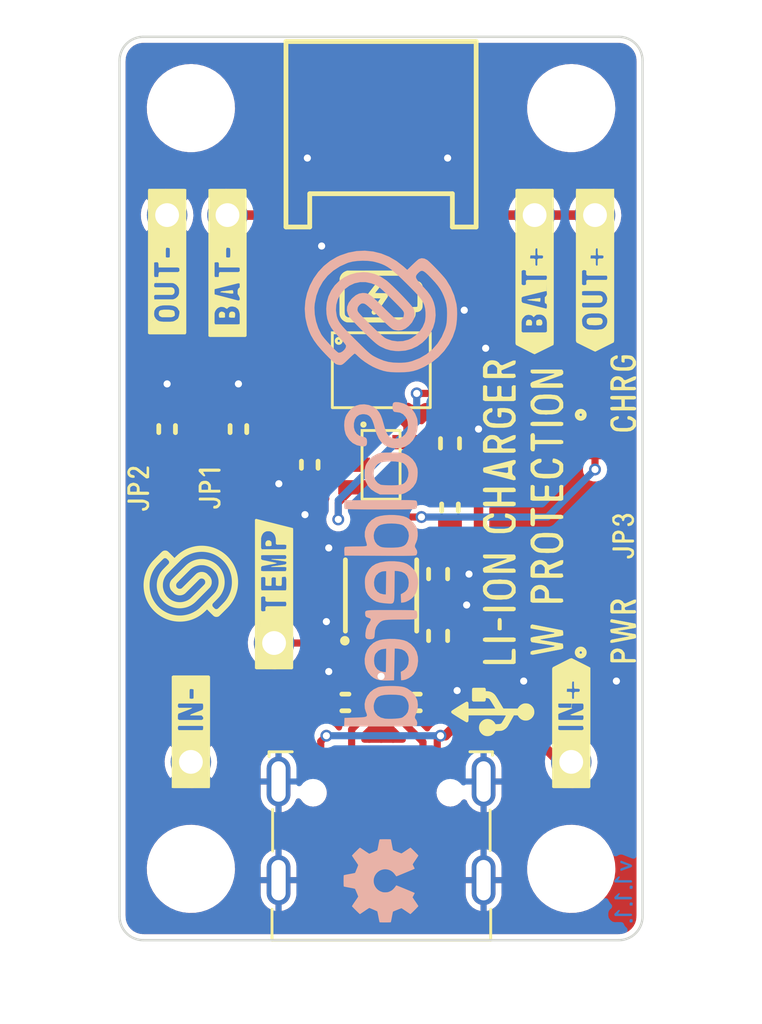
<source format=kicad_pcb>
(kicad_pcb (version 20210623) (generator pcbnew)
  (title_block (title "LI-ION charger with protection") (date "2021-06-17") (rev "V1.1.1.") (company "SOLDERED") (comment 1 "333014"))
  (layers (0 "F.Cu" mixed) (31 "B.Cu" signal) (34 "B.Paste" user) (35 "F.Paste" user) (36 "B.SilkS" user "B.Silkscreen") (37 "F.SilkS" user "F.Silkscreen") (38 "B.Mask" user) (39 "F.Mask" user) (44 "Edge.Cuts" user))
  (net 0 "")
  (net 1 "VUSB")
  (net 2 "GND")
  (net 3 "VBAT")
  (net 4 "GND_ISO")
  (net 5 "Net-(C3-Pad1)")
  (net 6 "Net-(D1-Pad1)")
  (net 7 "Net-(D2-Pad2)")
  (net 8 "PROG")
  (net 9 "Net-(JP1-Pad1)")
  (net 10 "Net-(JP2-Pad1)")
  (net 14 "Net-(K1-PadB5)")
  (net 18 "Net-(K1-PadA5)")
  (net 19 "TEMP")
  (net 20 "Net-(R6-Pad1)")
  (net 23 "OC")
  (net 24 "OD")
  (net 27 "Net-(JP3-Pad2)")
  (net 28 "Net-(R7-Pad2)")
  (footprint "e-radionica.com footprinti:HOLE_3.2mm" (layer "F.Cu") (at 119 85)
    (fp_text reference "H4" hide)
    (fp_text value "HOLE_3.2mm" hide)
    (pad "" np_thru_hole circle locked (at 0 0) (size 3.2 3.2) (drill 3.2) (layers F&B.Cu *.Mask))
  )
  (footprint "buzzardLabel" (layer "F.Cu") (at 102 88 90)
    (fp_text reference "" (at 0 0 90) (layer "F.SilkS") (effects (font (size 1.27 1.27))))
    (fp_text value "" (at 0 0 90) (layer "F.SilkS") (effects (font (size 1.27 1.27))))
  )
  (footprint "e-radionica.com footprinti:0402LED" (layer "F.Cu") (at 120 97 -90)
    (fp_text reference "D2")
    (fp_text value "red")
    (pad "1" smd rect locked (at -0.55 0) (size 0.75 0.45) (layers "F.Cu" "F.Paste" "F.Mask") (net 1 "VUSB"))
    (pad "2" smd rect locked (at 0.55 0) (size 0.75 0.45) (layers "F.Cu" "F.Paste" "F.Mask") (net 7 "Net-(D2-Pad2)"))
  )
  (footprint "e-radionica.com footprinti:TP4056M-MSOP8" (layer "F.Cu") (at 111 105.5 90)
    (fp_text reference "U1")
    (fp_text value "TP4056M")
    (pad "1" smd rect locked (at -1.975 -0.975 90) (size 1.35 0.45) (layers "F.Cu" "F.Paste" "F.Mask") (net 19 "TEMP"))
    (pad "2" smd rect locked (at -1.975 -0.325 90) (size 1.35 0.45) (layers "F.Cu" "F.Paste" "F.Mask") (net 8 "PROG"))
    (pad "3" smd rect locked (at -1.975 0.325 90) (size 1.35 0.45) (layers "F.Cu" "F.Paste" "F.Mask") (net 2 "GND"))
    (pad "4" smd rect locked (at -1.975 0.975 90) (size 1.35 0.45) (layers "F.Cu" "F.Paste" "F.Mask") (net 1 "VUSB"))
    (pad "5" smd rect locked (at 1.975 0.975 90) (size 1.35 0.45) (layers "F.Cu" "F.Paste" "F.Mask") (net 3 "VBAT"))
    (pad "6" smd rect locked (at 1.975 0.325 90) (size 1.35 0.45) (layers "F.Cu" "F.Paste" "F.Mask"))
    (pad "7" smd rect locked (at 1.975 -0.325 90) (size 1.35 0.45) (layers "F.Cu" "F.Paste" "F.Mask") (net 20 "Net-(R6-Pad1)"))
    (pad "8" smd rect locked (at 1.975 -0.975 90) (size 1.35 0.45) (layers "F.Cu" "F.Paste" "F.Mask") (net 1 "VUSB"))
  )
  (footprint "buzzardLabel" (layer "F.Cu") (at 119 114 90)
    (fp_text reference "" (at 0 0 90) (layer "F.SilkS") (effects (font (size 1.27 1.27))))
    (fp_text value "" (at 0 0 90) (layer "F.SilkS") (effects (font (size 1.27 1.27))))
  )
  (footprint "e-radionica.com footprinti:0603C" (layer "F.Cu") (at 113.9 99.1 90)
    (fp_text reference "C3")
    (fp_text value "0.1uF")
    (pad "1" smd rect locked (at -0.73 0 90) (size 0.66 1) (layers "F.Cu" "F.Paste" "F.Mask") (net 5 "Net-(C3-Pad1)"))
    (pad "2" smd rect locked (at 0.73 0 90) (size 0.66 1) (layers "F.Cu" "F.Paste" "F.Mask") (net 4 "GND_ISO"))
  )
  (footprint "buzzardLabel" (layer "F.Cu") (at 121.2 97 90)
    (fp_text reference "" (at 0 0 90) (layer "F.SilkS") (effects (font (size 1.27 1.27))))
    (fp_text value "" (at 0 0 90) (layer "F.SilkS") (effects (font (size 1.27 1.27))))
  )
  (footprint "buzzardLabel" (layer "F.Cu") (at 121.2 103 90)
    (fp_text reference "" (at 0 0 90) (layer "F.SilkS") (effects (font (size 1.27 1.27))))
    (fp_text value "" (at 0 0 90) (layer "F.SilkS") (effects (font (size 1.27 1.27))))
  )
  (footprint "e-radionica.com footprinti:Sot23-6" (layer "F.Cu") (at 111 100)
    (fp_text reference "U2")
    (fp_text value "DW01-G(SOT23-6)")
    (pad "1" smd rect locked (at -1.1375 -0.95) (size 1.325 0.6) (layers "F.Cu" "F.Paste" "F.Mask") (net 24 "OD"))
    (pad "2" smd rect locked (at -1.1375 0) (size 1.325 0.6) (layers "F.Cu" "F.Paste" "F.Mask") (net 28 "Net-(R7-Pad2)"))
    (pad "3" smd rect locked (at -1.1375 0.95) (size 1.325 0.6) (layers "F.Cu" "F.Paste" "F.Mask") (net 23 "OC"))
    (pad "4" smd rect locked (at 1.1375 0.95) (size 1.325 0.6) (layers "F.Cu" "F.Paste" "F.Mask"))
    (pad "5" smd rect locked (at 1.1375 0) (size 1.325 0.6) (layers "F.Cu" "F.Paste" "F.Mask") (net 5 "Net-(C3-Pad1)"))
    (pad "6" smd rect locked (at 1.1375 -0.95) (size 1.325 0.6) (layers "F.Cu" "F.Paste" "F.Mask") (net 4 "GND_ISO"))
  )
  (footprint "e-radionica.com footprinti:0603R" (layer "F.Cu") (at 113.9 101.8 -90)
    (fp_text reference "R8")
    (fp_text value "100R")
    (pad "1" smd rect locked (at -0.775 0) (size 1 0.64) (layers "F.Cu" "F.Paste" "F.Mask") (net 5 "Net-(C3-Pad1)"))
    (pad "2" smd rect locked (at 0.775 0) (size 1 0.64) (layers "F.Cu" "F.Paste" "F.Mask") (net 3 "VBAT"))
  )
  (footprint "buzzardLabel" (layer "F.Cu") (at 120 88 90)
    (fp_text reference "" (at 0 0 90) (layer "F.SilkS") (effects (font (size 1.27 1.27))))
    (fp_text value "" (at 0 0 90) (layer "F.SilkS") (effects (font (size 1.27 1.27))))
  )
  (footprint "e-radionica.com footprinti:0402R" (layer "F.Cu") (at 120 105 -90)
    (fp_text reference "R3")
    (fp_text value "2k2")
    (pad "1" smd rect locked (at -0.5 0) (size 0.64 0.54) (layers "F.Cu" "F.Paste" "F.Mask") (net 27 "Net-(JP3-Pad2)"))
    (pad "2" smd rect locked (at 0.5 0) (size 0.64 0.54) (layers "F.Cu" "F.Paste" "F.Mask") (net 6 "Net-(D1-Pad1)"))
  )
  (footprint "e-radionica.com footprinti:U262-161N-4BVC11" (layer "F.Cu") (at 111 115)
    (fp_text reference "K1")
    (fp_text value "U262-161N-4BVC11")
    (pad "" np_thru_hole circle locked (at -2.862 -1.2) (size 0.65 0.65) (drill 0.65) (layers F&B.Cu *.Mask))
    (pad "" np_thru_hole circle locked (at 2.913 -1.2) (size 0.65 0.65) (drill 0.65) (layers F&B.Cu *.Mask))
    (pad "A1" smd rect locked (at -3.337 -2.475) (size 0.3 1.15) (layers "F.Cu" "F.Paste" "F.Mask") (net 2 "GND"))
    (pad "A4" smd rect locked (at -2.537 -2.475) (size 0.3 1.15) (layers "F.Cu" "F.Paste" "F.Mask") (net 1 "VUSB"))
    (pad "A5" smd rect locked (at -1.237 -2.475) (size 0.3 1.15) (layers "F.Cu" "F.Paste" "F.Mask") (net 18 "Net-(K1-PadA5)"))
    (pad "A6" smd rect locked (at -0.237 -2.475) (size 0.3 1.15) (layers "F.Cu" "F.Paste" "F.Mask"))
    (pad "A7" smd rect locked (at 0.263 -2.475) (size 0.3 1.15) (layers "F.Cu" "F.Paste" "F.Mask"))
    (pad "A8" smd rect locked (at 1.263 -2.475) (size 0.3 1.15) (layers "F.Cu" "F.Paste" "F.Mask"))
    (pad "A9" smd rect locked (at 2.563 -2.475) (size 0.3 1.15) (layers "F.Cu" "F.Paste" "F.Mask") (net 1 "VUSB"))
    (pad "A12" smd rect locked (at 3.338 -2.475) (size 0.3 1.15) (layers "F.Cu" "F.Paste" "F.Mask") (net 2 "GND"))
    (pad "B1" smd rect locked (at 3.138 -2.475) (size 0.3 1.15) (layers "F.Cu" "F.Paste" "F.Mask") (net 2 "GND"))
    (pad "B4" smd rect locked (at 2.363 -2.475) (size 0.3 1.15) (layers "F.Cu" "F.Paste" "F.Mask") (net 1 "VUSB"))
    (pad "B5" smd rect locked (at 1.763 -2.475) (size 0.3 1.15) (layers "F.Cu" "F.Paste" "F.Mask") (net 14 "Net-(K1-PadB5)"))
    (pad "B6" smd rect locked (at 0.763 -2.475) (size 0.3 1.15) (layers "F.Cu" "F.Paste" "F.Mask"))
    (pad "B7" smd rect locked (at -0.737 -2.475) (size 0.3 1.15) (layers "F.Cu" "F.Paste" "F.Mask"))
    (pad "B8" smd rect locked (at -1.737 -2.475) (size 0.3 1.15) (layers "F.Cu" "F.Paste" "F.Mask"))
    (pad "B9" smd rect locked (at -2.337 -2.475) (size 0.3 1.15) (layers "F.Cu" "F.Paste" "F.Mask") (net 1 "VUSB"))
    (pad "B12" smd rect locked (at -3.112 -2.475) (size 0.3 1.15) (layers "F.Cu" "F.Paste" "F.Mask") (net 2 "GND"))
    (pad "SH" thru_hole oval locked (at 4.313 -1.675) (size 1 2.1) (drill oval 0.6 1.7) (layers *.Cu *.Mask) (net 2 "GND"))
    (pad "SH" thru_hole oval locked (at 4.313 2.475) (size 1 2.1) (drill oval 0.6 1.7) (layers *.Cu *.Mask) (net 2 "GND"))
    (pad "SH" thru_hole oval locked (at -4.312 2.475) (size 1 2.1) (drill oval 0.6 1.7) (layers *.Cu *.Mask) (net 2 "GND"))
    (pad "SH" thru_hole oval locked (at -4.312 -1.675) (size 1 2.1) (drill oval 0.6 1.7) (layers *.Cu *.Mask) (net 2 "GND"))
  )
  (footprint "Soldered Graphics:Symbol-Front-USB" (layer "F.Cu") (at 115.7 110.4 90)
    (fp_text reference "G***" hide)
    (fp_text value "LOGO" hide)
  )
  (footprint "e-radionica.com footprinti:0603R" (layer "F.Cu") (at 105 98.5 -90)
    (fp_text reference "R4")
    (fp_text value "4.7k")
    (pad "1" smd rect locked (at -0.775 0) (size 1 0.64) (layers "F.Cu" "F.Paste" "F.Mask") (net 2 "GND"))
    (pad "2" smd rect locked (at 0.775 0) (size 1 0.64) (layers "F.Cu" "F.Paste" "F.Mask") (net 9 "Net-(JP1-Pad1)"))
  )
  (footprint "Soldered Graphics:Logo-Back-OSH-3.5mm" (layer "F.Cu") (at 111 117.5 90)
    (fp_text reference "G***" hide)
    (fp_text value "LOGO" hide)
  )
  (footprint "e-radionica.com footprinti:HOLE_3.2mm" (layer "F.Cu") (at 103 117)
    (fp_text reference "H1" hide)
    (fp_text value "HOLE_3.2mm" hide)
    (pad "" np_thru_hole circle locked (at 0 0) (size 3.2 3.2) (drill 3.2) (layers F&B.Cu *.Mask))
  )
  (footprint "Soldered Graphics:Symbol-Front-Battery" (layer "F.Cu") (at 111 93)
    (fp_text reference "G***" hide)
    (fp_text value "LOGO" hide)
  )
  (footprint "Soldered Graphics:Logo-Front-Soldered-4mm" (layer "F.Cu") (at 103 105 90)
    (fp_text reference "G***" hide)
    (fp_text value "LOGO" hide)
  )
  (footprint "e-radionica.com footprinti:FIDUCIAL_23" (layer "F.Cu") (at 111 117.5)
    (fp_text reference "FD1")
    (fp_text value "FIDUCIAL")
    (fp_circle (center 0 0) (end 1 0) (layer "F.Cu") (width 0.2) (fill none))
    (pad "1" smd circle (at 0 0) (size 1 1) (layers "F.Cu" "F.Paste" "F.Mask") (clearance 1.1))
  )
  (footprint "e-radionica.com footprinti:JST-2pin-SMD" (layer "F.Cu") (at 111 87)
    (fp_text reference "K7")
    (fp_text value "JST-2pin-SMD")
    (pad "" smd rect locked (at 3.3 -3.15) (size 1 3) (layers "F.Cu" "F.Paste" "F.Mask"))
    (pad "" smd rect locked (at -3.3 -3.15) (size 1 3) (layers "F.Cu" "F.Paste" "F.Mask"))
    (pad "1" smd rect locked (at 1 3.15) (size 1.1 2) (layers "F.Cu" "F.Paste" "F.Mask") (net 3 "VBAT"))
    (pad "2" smd rect locked (at -1 3.15) (size 1.1 2) (layers "F.Cu" "F.Paste" "F.Mask") (net 4 "GND_ISO"))
  )
  (footprint "buzzardLabel" (layer "F.Cu") (at 117.46 88 90)
    (fp_text reference "" (at 0 0 90) (layer "F.SilkS") (effects (font (size 1.27 1.27))))
    (fp_text value "" (at 0 0 90) (layer "F.SilkS") (effects (font (size 1.27 1.27))))
  )
  (footprint "buzzardLabel" (layer "F.Cu") (at 121.2 107 90)
    (fp_text reference "" (at 0 0 90) (layer "F.SilkS") (effects (font (size 1.27 1.27))))
    (fp_text value "" (at 0 0 90) (layer "F.SilkS") (effects (font (size 1.27 1.27))))
  )
  (footprint "e-radionica.com footprinti:0402LED" (layer "F.Cu") (at 120 107 -90)
    (fp_text reference "D1")
    (fp_text value "purple")
    (pad "1" smd rect locked (at -0.55 0) (size 0.75 0.45) (layers "F.Cu" "F.Paste" "F.Mask") (net 6 "Net-(D1-Pad1)"))
    (pad "2" smd rect locked (at 0.55 0) (size 0.75 0.45) (layers "F.Cu" "F.Paste" "F.Mask") (net 2 "GND"))
  )
  (footprint "e-radionica.com footprinti:0402R" (layer "F.Cu") (at 120 99 90)
    (fp_text reference "R6")
    (fp_text value "2k2")
    (pad "1" smd rect locked (at -0.5 0 180) (size 0.64 0.54) (layers "F.Cu" "F.Paste" "F.Mask") (net 20 "Net-(R6-Pad1)"))
    (pad "2" smd rect locked (at 0.5 0 180) (size 0.64 0.54) (layers "F.Cu" "F.Paste" "F.Mask") (net 7 "Net-(D2-Pad2)"))
  )
  (footprint "buzzardLabel" (layer "F.Cu") (at 118 102 90)
    (fp_text reference "" (at 0 0 90) (layer "F.SilkS") (effects (font (size 1.27 1.27))))
    (fp_text value "" (at 0 0 90) (layer "F.SilkS") (effects (font (size 1.27 1.27))))
  )
  (footprint "buzzardLabel" (layer "F.Cu") (at 103.8 101 90)
    (fp_text reference "" (at 0 0 90) (layer "F.SilkS") (effects (font (size 1.27 1.27))))
    (fp_text value "" (at 0 0 90) (layer "F.SilkS") (effects (font (size 1.27 1.27))))
  )
  (footprint "buzzardLabel" (layer "F.Cu") (at 116 102 90)
    (fp_text reference "" (at 0 0 90) (layer "F.SilkS") (effects (font (size 1.27 1.27))))
    (fp_text value "" (at 0 0 90) (layer "F.SilkS") (effects (font (size 1.27 1.27))))
  )
  (footprint "e-radionica.com footprinti:SMD_JUMPER" (layer "F.Cu") (at 105 101 -90)
    (fp_text reference "JP1")
    (fp_text value "SMD_JUMPER")
    (pad "1" smd rect locked (at -0.35 0 270) (size 0.5 1) (layers "F.Cu" "F.Mask") (net 9 "Net-(JP1-Pad1)"))
    (pad "2" smd rect locked (at 0.35 0 270) (size 0.5 1) (layers "F.Cu" "F.Mask") (net 8 "PROG"))
  )
  (footprint "e-radionica.com footprinti:0603R" (layer "F.Cu") (at 102 98.5 -90)
    (fp_text reference "R5")
    (fp_text value "2k49")
    (pad "1" smd rect locked (at -0.775 0) (size 1 0.64) (layers "F.Cu" "F.Paste" "F.Mask") (net 2 "GND"))
    (pad "2" smd rect locked (at 0.775 0) (size 1 0.64) (layers "F.Cu" "F.Paste" "F.Mask") (net 10 "Net-(JP2-Pad1)"))
  )
  (footprint "e-radionica.com footprinti:0603R" (layer "F.Cu") (at 108 100 90)
    (fp_text reference "R7")
    (fp_text value "1k")
    (pad "1" smd rect locked (at -0.775 0 180) (size 1 0.64) (layers "F.Cu" "F.Paste" "F.Mask") (net 2 "GND"))
    (pad "2" smd rect locked (at 0.775 0 180) (size 1 0.64) (layers "F.Cu" "F.Paste" "F.Mask") (net 28 "Net-(R7-Pad2)"))
  )
  (footprint "e-radionica.com footprinti:SMD-JUMPER-CONNECTED_TRACE_SLODERMASK" (layer "F.Cu") (at 120 103 -90)
    (fp_text reference "JP3")
    (fp_text value "SMD-JUMPER-CONNECTED_TRACE_SLODERMASK")
    (fp_poly (pts (xy 0.1 0.1) (xy -0.1 0.1) (xy -0.1 -0.1) (xy 0.1 -0.1)) (layer "F.Cu") (width 0.1) (fill solid))
    (pad "1" smd rect locked (at -0.35 0 270) (size 0.5 1) (layers "F.Cu" "F.Mask") (net 1 "VUSB"))
    (pad "2" smd rect locked (at 0.35 0 270) (size 0.5 1) (layers "F.Cu" "F.Mask") (net 27 "Net-(JP3-Pad2)"))
  )
  (footprint "e-radionica.com footprinti:TSSOP8" (layer "F.Cu") (at 111 96)
    (fp_text reference "U3")
    (fp_text value "FS8205A")
    (pad "1" smd rect locked (at -2.95 -0.975) (size 1.45 0.45) (layers "F.Cu" "F.Paste" "F.Mask"))
    (pad "2" smd rect locked (at -2.95 -0.325) (size 1.45 0.45) (layers "F.Cu" "F.Paste" "F.Mask") (net 4 "GND_ISO"))
    (pad "3" smd rect locked (at -2.95 0.325) (size 1.45 0.45) (layers "F.Cu" "F.Paste" "F.Mask") (net 4 "GND_ISO"))
    (pad "4" smd rect locked (at -2.95 0.975) (size 1.45 0.45) (layers "F.Cu" "F.Paste" "F.Mask") (net 24 "OD"))
    (pad "5" smd rect locked (at 2.95 0.975) (size 1.45 0.45) (layers "F.Cu" "F.Paste" "F.Mask") (net 23 "OC"))
    (pad "6" smd rect locked (at 2.95 0.325) (size 1.45 0.45) (layers "F.Cu" "F.Paste" "F.Mask") (net 2 "GND"))
    (pad "7" smd rect locked (at 2.95 -0.325) (size 1.45 0.45) (layers "F.Cu" "F.Paste" "F.Mask") (net 2 "GND"))
    (pad "8" smd rect locked (at 2.95 -0.975) (size 1.45 0.45) (layers "F.Cu" "F.Paste" "F.Mask"))
  )
  (footprint "e-radionica.com footprinti:0603R" (layer "F.Cu") (at 112.5 110)
    (fp_text reference "R1")
    (fp_text value "5.1k")
    (pad "1" smd rect locked (at -0.775 0 90) (size 1 0.64) (layers "F.Cu" "F.Paste" "F.Mask") (net 14 "Net-(K1-PadB5)"))
    (pad "2" smd rect locked (at 0.775 0 90) (size 1 0.64) (layers "F.Cu" "F.Paste" "F.Mask") (net 2 "GND"))
  )
  (footprint "Soldered Graphics:Logo-Back-SolderedFULL-20mm" (layer "F.Cu") (at 111 101 90)
    (fp_text reference "REF**" hide)
    (fp_text value "Logo-Front-SolderedFULL-20mm" hide)
  )
  (footprint "e-radionica.com footprinti:HOLE_3.2mm" (layer "F.Cu") (at 119 117)
    (fp_text reference "H2" hide)
    (fp_text value "HOLE_3.2mm" hide)
    (pad "" np_thru_hole circle locked (at 0 0) (size 3.2 3.2) (drill 3.2) (layers F&B.Cu *.Mask))
  )
  (footprint "e-radionica.com footprinti:SMD_JUMPER_CONNECTED" (layer "F.Cu") (at 102 101 -90)
    (fp_text reference "JP2")
    (fp_text value "SMD-JUMPER-CONNECTED")
    (pad "1" smd rect locked (at -0.35 0 270) (size 0.5 1) (layers "F.Cu" "F.Paste" "F.Mask") (net 10 "Net-(JP2-Pad1)"))
    (pad "2" smd rect locked (at 0.35 0 270) (size 0.5 1) (layers "F.Cu" "F.Paste" "F.Mask") (net 8 "PROG"))
  )
  (footprint "buzzardLabel" (layer "F.Cu") (at 103 114 90)
    (fp_text reference "" (at 0 0 90) (layer "F.SilkS") (effects (font (size 1.27 1.27))))
    (fp_text value "" (at 0 0 90) (layer "F.SilkS") (effects (font (size 1.27 1.27))))
  )
  (footprint "buzzardLabel" (layer "F.Cu") (at 106.5 109 90)
    (fp_text reference "" (at 0 0 90) (layer "F.SilkS") (effects (font (size 1.27 1.27))))
    (fp_text value "" (at 0 0 90) (layer "F.SilkS") (effects (font (size 1.27 1.27))))
  )
  (footprint "e-radionica.com footprinti:0603C" (layer "F.Cu") (at 113.4 104.6 90)
    (fp_text reference "C2")
    (fp_text value "2.2uF")
    (pad "1" smd rect locked (at -0.73 0 90) (size 0.66 1) (layers "F.Cu" "F.Paste" "F.Mask") (net 2 "GND"))
    (pad "2" smd rect locked (at 0.73 0 90) (size 0.66 1) (layers "F.Cu" "F.Paste" "F.Mask") (net 3 "VBAT"))
  )
  (footprint "buzzardLabel" (layer "F.Cu") (at 100.8 101 90)
    (fp_text reference "" (at 0 0 90) (layer "F.SilkS") (effects (font (size 1.27 1.27))))
    (fp_text value "" (at 0 0 90) (layer "F.SilkS") (effects (font (size 1.27 1.27))))
  )
  (footprint "e-radionica.com footprinti:HOLE_3.2mm" (layer "F.Cu") (at 103 85)
    (fp_text reference "H3" hide)
    (fp_text value "HOLE_3.2mm" hide)
    (pad "" np_thru_hole circle locked (at 0 0) (size 3.2 3.2) (drill 3.2) (layers F&B.Cu *.Mask))
  )
  (footprint "e-radionica.com footprinti:0603R" (layer "F.Cu") (at 109.5 110 180)
    (fp_text reference "R2")
    (fp_text value "5.1k")
    (pad "1" smd rect locked (at -0.775 0 270) (size 1 0.64) (layers "F.Cu" "F.Paste" "F.Mask") (net 18 "Net-(K1-PadA5)"))
    (pad "2" smd rect locked (at 0.775 0 270) (size 1 0.64) (layers "F.Cu" "F.Paste" "F.Mask") (net 2 "GND"))
  )
  (footprint "buzzardLabel" (layer "F.Cu") (at 104.54 88 90)
    (fp_text reference "" (at 0 0 90) (layer "F.SilkS") (effects (font (size 1.27 1.27))))
    (fp_text value "" (at 0 0 90) (layer "F.SilkS") (effects (font (size 1.27 1.27))))
  )
  (footprint "e-radionica.com footprinti:0603C" (layer "F.Cu") (at 113.4 107.2 -90)
    (fp_text reference "C1")
    (fp_text value "2.2uF")
    (pad "1" smd rect locked (at -0.73 0 270) (size 0.66 1) (layers "F.Cu" "F.Paste" "F.Mask") (net 2 "GND"))
    (pad "2" smd rect locked (at 0.73 0 270) (size 0.66 1) (layers "F.Cu" "F.Paste" "F.Mask") (net 1 "VUSB"))
  )
  (footprint "e-radionica.com footprinti:HEADER_MALE_1X1" (layer "B.Cu") (at 106.5 107.5 180)
    (fp_text reference "K4")
    (fp_text value "HEADER_MALE_1X1")
    (pad "1" thru_hole circle locked (at 0 0 180) (size 1.7 1.7) (drill 1) (layers *.Cu *.Mask) (net 19 "TEMP"))
  )
  (footprint "Soldered Graphics:Version1.1.1." (layer "B.Cu") (at 121.2 118 -90)
    (fp_text reference "REF**" hide)
    (fp_text value "Version1.1.1." hide)
    (fp_poly (pts (xy 0.91 -0.35) (xy 0.96 -0.35) (xy 0.98 -0.31) (xy 0.98 0.35) (xy 0.95 0.38) (xy 0.89 0.38) (xy 0.86 0.34) (xy 0.74 0.22) (xy 0.73 0.17) (xy 0.76 0.16) (xy 0.85 0.22) (xy 0.89 0.23) (xy 0.89 -0.31) (xy 0.91 -0.35)) (layer "B.Cu") (width 0.01) (fill solid))
    (fp_poly (pts (xy 1.14 -0.38) (xy 1.19 -0.38) (xy 1.24 -0.37) (xy 1.25 -0.33) (xy 1.25 -0.27) (xy 1.2 -0.26) (xy 1.15 -0.26) (xy 1.12 -0.29) (xy 1.12 -0.34) (xy 1.14 -0.38)) (layer "B.Cu") (width 0.01) (fill solid))
    (fp_poly (pts (xy 0.43 -0.38) (xy 0.48 -0.38) (xy 0.54 -0.37) (xy 0.54 -0.33) (xy 0.54 -0.27) (xy 0.5 -0.26) (xy 0.45 -0.26) (xy 0.42 -0.29) (xy 0.42 -0.34) (xy 0.43 -0.38)) (layer "B.Cu") (width 0.01) (fill solid))
    (fp_poly (pts (xy 0.21 -0.35) (xy 0.26 -0.35) (xy 0.28 -0.31) (xy 0.28 0.35) (xy 0.24 0.38) (xy 0.19 0.38) (xy 0.15 0.34) (xy 0.04 0.22) (xy 0.02 0.17) (xy 0.05 0.16) (xy 0.14 0.22) (xy 0.18 0.23) (xy 0.18 -0.31) (xy 0.21 -0.35)) (layer "B.Cu") (width 0.01) (fill solid))
    (fp_poly (pts (xy -0.5 -0.35) (xy -0.44 -0.35) (xy -0.43 -0.31) (xy -0.43 0.35) (xy -0.46 0.38) (xy -0.52 0.38) (xy -0.55 0.34) (xy -0.67 0.22) (xy -0.68 0.17) (xy -0.65 0.16) (xy -0.56 0.22) (xy -0.52 0.23) (xy -0.52 -0.31) (xy -0.5 -0.35)) (layer "B.Cu") (width 0.01) (fill solid))
    (fp_poly (pts (xy -0.27 -0.38) (xy -0.22 -0.38) (xy -0.17 -0.37) (xy -0.16 -0.33) (xy -0.16 -0.27) (xy -0.21 -0.26) (xy -0.26 -0.26) (xy -0.29 -0.29) (xy -0.29 -0.34) (xy -0.27 -0.38)) (layer "B.Cu") (width 0.01) (fill solid))
    (fp_poly (pts (xy -1.15 -0.35) (xy -1.1 -0.35) (xy -1.07 -0.31) (xy -0.92 0.1) (xy -0.94 0.13) (xy -0.99 0.13) (xy -1.02 0.1) (xy -1.11 -0.16) (xy -1.13 -0.21) (xy -1.15 -0.17) (xy -1.24 0.09) (xy -1.26 0.13) (xy -1.32 0.13) (xy -1.34 0.1) (xy -1.18 -0.31) (xy -1.15 -0.35)) (layer "B.Cu") (width 0.01) (fill solid))
  )
  (footprint "e-radionica.com footprinti:HEADER_MALE_1X1" (layer "B.Cu") (at 119 112.5 180)
    (fp_text reference "K2")
    (fp_text value "HEADER_MALE_1X1")
    (pad "1" thru_hole circle locked (at 0 0 180) (size 1.7 1.7) (drill 1) (layers *.Cu *.Mask) (net 1 "VUSB"))
  )
  (footprint "e-radionica.com footprinti:HEADER_MALE_1X1" (layer "B.Cu") (at 120 89.5 180)
    (fp_text reference "K8")
    (fp_text value "HEADER_MALE_1X1")
    (pad "1" thru_hole circle locked (at 0 0 180) (size 1.7 1.7) (drill 1) (layers *.Cu *.Mask) (net 3 "VBAT"))
  )
  (footprint "e-radionica.com footprinti:HEADER_MALE_1X1" (layer "B.Cu") (at 102 89.5 180)
    (fp_text reference "K6")
    (fp_text value "HEADER_MALE_1X1")
    (pad "1" thru_hole circle locked (at 0 0 180) (size 1.7 1.7) (drill 1) (layers *.Cu *.Mask) (net 2 "GND"))
  )
  (footprint "e-radionica.com footprinti:HEADER_MALE_1X1" (layer "B.Cu") (at 104.54 89.5 180)
    (fp_text reference "K9")
    (fp_text value "HEADER_MALE_1X1")
    (pad "1" thru_hole circle locked (at 0 0 180) (size 1.7 1.7) (drill 1) (layers *.Cu *.Mask) (net 4 "GND_ISO"))
  )
  (footprint "e-radionica.com footprinti:HEADER_MALE_1X1" (layer "B.Cu") (at 103 112.5 180)
    (fp_text reference "K3")
    (fp_text value "HEADER_MALE_1X1")
    (pad "1" thru_hole circle locked (at 0 0 180) (size 1.7 1.7) (drill 1) (layers *.Cu *.Mask) (net 2 "GND"))
  )
  (footprint "e-radionica.com footprinti:HEADER_MALE_1X1" (layer "B.Cu") (at 117.46 89.5 180)
    (fp_text reference "K5")
    (fp_text value "HEADER_MALE_1X1")
    (pad "1" thru_hole circle locked (at 0 0 180) (size 1.7 1.7) (drill 1) (layers *.Cu *.Mask) (net 3 "VBAT"))
  )
  (gr_arc (start 101 119) (end 101 120) (angle 90) (layer "Edge.Cuts") (width 0.1))
  (gr_arc (start 101 83) (end 101 82) (angle -90) (layer "Edge.Cuts") (width 0.1))
  (gr_arc (start 121 119) (end 121 120) (angle -90) (layer "Edge.Cuts") (width 0.1))
  (gr_arc (start 121 83) (end 121 82) (angle 90) (layer "Edge.Cuts") (width 0.1))
  (gr_line (start 122 83) (end 122 119) (layer "Edge.Cuts") (width 0.1))
  (gr_line (start 121 120) (end 101 120) (layer "Edge.Cuts") (width 0.1))
  (gr_line (start 101 82) (end 121 82) (layer "Edge.Cuts") (width 0.1))
  (gr_line (start 100 119) (end 100 83) (layer "Edge.Cuts") (width 0.1))
  (segment (start 110.025 103.525) (end 110.025 104.225) (width 0.3) (layer "F.Cu") (net 1))
  (segment (start 114.95 108.95) (end 114.95 106.95) (width 0.3) (layer "F.Cu") (net 1))
  (segment (start 114.95 110.15) (end 114.95 108.95) (width 0.4) (layer "F.Cu") (net 1))
  (segment (start 114.95 106.95) (end 115.35 106.55) (width 0.3) (layer "F.Cu") (net 1))
  (segment (start 108.463 111.637) (end 108.7 111.4) (width 0.3) (layer "F.Cu") (net 1))
  (segment (start 113.93 107.93) (end 114.95 108.95) (width 0.4) (layer "F.Cu") (net 1))
  (segment (start 113.4 107.93) (end 113.93 107.93) (width 0.4) (layer "F.Cu") (net 1))
  (segment (start 120.75 96.45) (end 120 96.45) (width 0.3) (layer "F.Cu") (net 1))
  (segment (start 108.463 112.525) (end 108.463 111.637) (width 0.3) (layer "F.Cu") (net 1))
  (segment (start 113.363 112.525) (end 113.363 111.537) (width 0.3) (layer "F.Cu") (net 1))
  (segment (start 120 102.65) (end 120.35 102.65) (width 0.3) (layer "F.Cu") (net 1))
  (segment (start 113.363 111.537) (end 113.5 111.4) (width 0.3) (layer "F.Cu") (net 1))
  (segment (start 114.95 108.95) (end 118.5 112.5) (width 0.4) (layer "F.Cu") (net 1))
  (segment (start 121 102) (end 121 96.7) (width 0.3) (layer "F.Cu") (net 1))
  (segment (start 120.35 102.65) (end 121 102) (width 0.3) (layer "F.Cu") (net 1))
  (segment (start 110.025 104.225) (end 111.975 106.175) (width 0.3) (layer "F.Cu") (net 1))
  (segment (start 112.43 107.93) (end 111.975 107.475) (width 0.4) (layer "F.Cu") (net 1))
  (segment (start 113.7 111.4) (end 114.95 110.15) (width 0.4) (layer "F.Cu") (net 1))
  (segment (start 113.5 111.4) (end 113.7 111.4) (width 0.4) (layer "F.Cu") (net 1))
  (segment (start 111.975 106.175) (end 111.975 107.475) (width 0.3) (layer "F.Cu") (net 1))
  (segment (start 118.5 112.5) (end 119 112.5) (width 0.4) (layer "F.Cu") (net 1))
  (segment (start 115.35 106.55) (end 119.25 102.65) (width 0.3) (layer "F.Cu") (net 1))
  (segment (start 113.4 107.93) (end 112.43 107.93) (width 0.4) (layer "F.Cu") (net 1))
  (segment (start 121 96.7) (end 120.75 96.45) (width 0.3) (layer "F.Cu") (net 1))
  (segment (start 119.25 102.65) (end 120 102.65) (width 0.3) (layer "F.Cu") (net 1))
  (via (at 113.5 111.4) (size 0.5) (drill 0.3) (layers "F.Cu" "B.Cu") (net 1))
  (via (at 108.7 111.4) (size 0.5) (drill 0.3) (layers "F.Cu" "B.Cu") (net 1))
  (segment (start 111.3 111.4) (end 113.5 111.4) (width 0.3) (layer "B.Cu") (net 1))
  (segment (start 108.7 111.4) (end 111.3 111.4) (width 0.3) (layer "B.Cu") (net 1))
  (via (at 113.8 87.1) (size 0.5) (drill 0.3) (layers "F.Cu" "B.Cu") (net 2))
  (via (at 115.4 95.1) (size 0.5) (drill 0.3) (layers "F.Cu" "B.Cu") (net 2))
  (via (at 108.8 108.7) (size 0.5) (drill 0.3) (layers "F.Cu" "B.Cu") (net 2))
  (via (at 114.6 105.9) (size 0.5) (drill 0.3) (layers "F.Cu" "B.Cu") (net 2))
  (via (at 111 108.9) (size 0.5) (drill 0.3) (layers "F.Cu" "B.Cu") (net 2))
  (via (at 115.1 98.5) (size 0.5) (drill 0.3) (layers "F.Cu" "B.Cu") (net 2))
  (via (at 108.7 106.6) (size 0.5) (drill 0.3) (layers "F.Cu" "B.Cu") (net 2))
  (via (at 114.5 93.5) (size 0.5) (drill 0.3) (layers "F.Cu" "B.Cu") (net 2))
  (via (at 114.7 104.6) (size 0.5) (drill 0.3) (layers "F.Cu" "B.Cu") (net 2))
  (via (at 107.9 87.1) (size 0.5) (drill 0.3) (layers "F.Cu" "B.Cu") (net 2))
  (via (at 117 109.1) (size 0.5) (drill 0.3) (layers "F.Cu" "B.Cu") (net 2))
  (via (at 102 96.6) (size 0.5) (drill 0.3) (layers "F.Cu" "B.Cu") (net 2))
  (via (at 108.5 90.8) (size 0.5) (drill 0.3) (layers "F.Cu" "B.Cu") (net 2))
  (via (at 107.8 102.1) (size 0.5) (drill 0.3) (layers "F.Cu" "B.Cu") (net 2))
  (via (at 120.9 109.1) (size 0.5) (drill 0.3) (layers "F.Cu" "B.Cu") (net 2))
  (via (at 114.2 109.5) (size 0.5) (drill 0.3) (layers "F.Cu" "B.Cu") (net 2))
  (via (at 108.8 103.5) (size 0.5) (drill 0.3) (layers "F.Cu" "B.Cu") (net 2))
  (via (at 106.7 100.8) (size 0.5) (drill 0.3) (layers "F.Cu" "B.Cu") (net 2))
  (via (at 105 96.6) (size 0.5) (drill 0.3) (layers "F.Cu" "B.Cu") (net 2))
  (segment (start 112.32 103.87) (end 111.975 103.525) (width 0.4) (layer "F.Cu") (net 3))
  (segment (start 113.4 103.87) (end 112.32 103.87) (width 0.4) (layer "F.Cu") (net 3))
  (segment (start 113.9 102.575) (end 113.9 102.7) (width 0.25) (layer "F.Cu") (net 3))
  (segment (start 112.65 89.5) (end 112 90.15) (width 0.4) (layer "F.Cu") (net 3))
  (segment (start 114.33 103.87) (end 113.4 103.87) (width 0.4) (layer "F.Cu") (net 3))
  (segment (start 117.46 89.5) (end 120 89.5) (width 0.4) (layer "F.Cu") (net 3))
  (segment (start 115.1 103.1) (end 115.1 101.6) (width 0.4) (layer "F.Cu") (net 3))
  (segment (start 115.1 101.6) (end 117.46 99.24) (width 0.4) (layer "F.Cu") (net 3))
  (segment (start 117.46 89.5) (end 112.65 89.5) (width 0.4) (layer "F.Cu") (net 3))
  (segment (start 115.1 103.1) (end 114.33 103.87) (width 0.4) (layer "F.Cu") (net 3))
  (segment (start 113.4 103.2) (end 113.4 103.87) (width 0.25) (layer "F.Cu") (net 3))
  (segment (start 117.46 99.24) (end 117.46 89.5) (width 0.4) (layer "F.Cu") (net 3))
  (segment (start 113.9 102.7) (end 113.4 103.2) (width 0.25) (layer "F.Cu") (net 3))
  (segment (start 110 96.2) (end 110.125 96.325) (width 0.4) (layer "F.Cu") (net 4))
  (segment (start 104.54 89.5) (end 109.35 89.5) (width 0.4) (layer "F.Cu") (net 4))
  (segment (start 108.05 95.675) (end 109.475 95.675) (width 0.4) (layer "F.Cu") (net 4))
  (segment (start 112.1375 98.3375) (end 110.125 96.325) (width 0.4) (layer "F.Cu") (net 4))
  (segment (start 113.33 98.37) (end 113.9 98.37) (width 0.4) (layer "F.Cu") (net 4))
  (segment (start 110 90.15) (end 110 96.2) (width 0.4) (layer "F.Cu") (net 4))
  (segment (start 112.65 99.05) (end 113.33 98.37) (width 0.4) (layer "F.Cu") (net 4))
  (segment (start 110.125 96.325) (end 108.05 96.325) (width 0.4) (layer "F.Cu") (net 4))
  (segment (start 112.1375 99.05) (end 112.65 99.05) (width 0.4) (layer "F.Cu") (net 4))
  (segment (start 109.35 89.5) (end 110 90.15) (width 0.4) (layer "F.Cu") (net 4))
  (segment (start 109.475 95.675) (end 110.125 96.325) (width 0.4) (layer "F.Cu") (net 4))
  (segment (start 112.1375 99.05) (end 112.1375 98.3375) (width 0.4) (layer "F.Cu") (net 4))
  (segment (start 113.2 100) (end 113.37 99.83) (width 0.3) (layer "F.Cu") (net 5))
  (segment (start 113.37 99.83) (end 113.9 99.83) (width 0.3) (layer "F.Cu") (net 5))
  (segment (start 112.1375 100) (end 113.2 100) (width 0.3) (layer "F.Cu") (net 5))
  (segment (start 113.9 101.025) (end 113.9 99.83) (width 0.25) (layer "F.Cu") (net 5))
  (segment (start 120 105.5) (end 120 106.45) (width 0.3) (layer "F.Cu") (net 6))
  (segment (start 120 98.5) (end 120 97.55) (width 0.25) (layer "F.Cu") (net 7))
  (segment (start 105 101.35) (end 102 101.35) (width 0.3) (layer "F.Cu") (net 8))
  (segment (start 110.675 106.775) (end 105.25 101.35) (width 0.3) (layer "F.Cu") (net 8))
  (segment (start 105.25 101.35) (end 105 101.35) (width 0.3) (layer "F.Cu") (net 8))
  (segment (start 110.675 107.475) (end 110.675 106.775) (width 0.3) (layer "F.Cu") (net 8))
  (segment (start 105 100.65) (end 105 99.275) (width 0.3) (layer "F.Cu") (net 9))
  (segment (start 102 100.65) (end 102 99.275) (width 0.3) (layer "F.Cu") (net 10))
  (segment (start 112.763 111.663) (end 111.725 110.625) (width 0.3) (layer "F.Cu") (net 14))
  (segment (start 111.725 110.625) (end 111.725 110) (width 0.3) (layer "F.Cu") (net 14))
  (segment (start 112.763 112.525) (end 112.763 111.663) (width 0.3) (layer "F.Cu") (net 14))
  (segment (start 109.763 112.525) (end 109.763 111.137) (width 0.3) (layer "F.Cu") (net 18))
  (segment (start 109.763 111.137) (end 110.275 110.625) (width 0.3) (layer "F.Cu") (net 18))
  (segment (start 110.275 110.625) (end 110.275 110) (width 0.3) (layer "F.Cu") (net 18))
  (segment (start 106.5 107.5) (end 110 107.5) (width 0.3) (layer "F.Cu") (net 19))
  (segment (start 110 107.5) (end 110.025 107.475) (width 0.3) (layer "F.Cu") (net 19))
  (segment (start 111 102.2) (end 110.7 102.5) (width 0.3) (layer "F.Cu") (net 20))
  (segment (start 112.7 102.2) (end 111 102.2) (width 0.3) (layer "F.Cu") (net 20))
  (segment (start 110.7 102.5) (end 110.7 103.5) (width 0.3) (layer "F.Cu") (net 20))
  (segment (start 120 100.2) (end 120 99.5) (width 0.3) (layer "F.Cu") (net 20))
  (segment (start 110.7 103.5) (end 110.675 103.525) (width 0.3) (layer "F.Cu") (net 20))
  (via (at 112.7 102.2) (size 0.5) (drill 0.3) (layers "F.Cu" "B.Cu") (net 20))
  (via (at 120 100.2) (size 0.5) (drill 0.3) (layers "F.Cu" "B.Cu") (net 20))
  (segment (start 112.7 102.2) (end 118 102.2) (width 0.3) (layer "B.Cu") (net 20))
  (segment (start 118 102.2) (end 120 100.2) (width 0.3) (layer "B.Cu") (net 20))
  (segment (start 112.5 97) (end 113.925 97) (width 0.3) (layer "F.Cu") (net 23))
  (segment (start 109.2 101.6125) (end 109.8625 100.95) (width 0.3) (layer "F.Cu") (net 23))
  (segment (start 109.2 102.3) (end 109.2 101.6125) (width 0.3) (layer "F.Cu") (net 23))
  (segment (start 113.925 97) (end 113.95 96.975) (width 0.3) (layer "F.Cu") (net 23))
  (via (at 112.5 97) (size 0.5) (drill 0.3) (layers "F.Cu" "B.Cu") (net 23))
  (via (at 109.2 102.3) (size 0.5) (drill 0.3) (layers "F.Cu" "B.Cu") (net 23))
  (segment (start 112.5 98.2) (end 112.5 97) (width 0.3) (layer "B.Cu") (net 23))
  (segment (start 109.2 102.3) (end 109.2 101.5) (width 0.3) (layer "B.Cu") (net 23))
  (segment (start 109.2 101.5) (end 112.5 98.2) (width 0.3) (layer "B.Cu") (net 23))
  (segment (start 108.05 97.55) (end 108.05 96.975) (width 0.3) (layer "F.Cu") (net 24))
  (segment (start 109.55 99.05) (end 108.05 97.55) (width 0.3) (layer "F.Cu") (net 24))
  (segment (start 109.8625 99.05) (end 109.55 99.05) (width 0.3) (layer "F.Cu") (net 24))
  (segment (start 120 103.35) (end 120 104.5) (width 0.25) (layer "F.Cu") (net 27))
  (segment (start 108 99.225) (end 108.325 99.225) (width 0.25) (layer "F.Cu") (net 28))
  (segment (start 108.325 99.225) (end 109.1 100) (width 0.25) (layer "F.Cu") (net 28))
  (segment (start 109.1 100) (end 109.8625 100) (width 0.25) (layer "F.Cu") (net 28))
  (zone (net 0) (net_name "") (layer "F.Cu") (connect_pads (clearance 0)) (min_thickness 0.254)
    (keepout (tracks not_allowed) (vias not_allowed) (pads not_allowed) (copperpour not_allowed) (footprints allowed))
    (fill (thermal_gap 0.508) (thermal_bridge_width 0.508))
    (polygon (pts (xy 114.7 96.1) (xy 113.2 96.1) (xy 113.2 95.9) (xy 114.7 95.9)))
  )
  (zone (net 2) (net_name "GND") (layers F&B.Cu) (connect_pads (clearance 0.254)) (min_thickness 0.254) (fill yes (thermal_gap 0.254) (thermal_bridge_width 0.254))
    (polygon (pts (xy 122 120) (xy 100 120) (xy 100 82) (xy 122 82)))
  )
)
</source>
